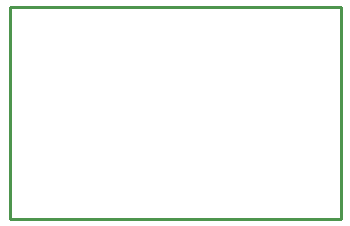
<source format=gko>
G04 Layer: BoardOutline*
G04 EasyEDA v6.4.7, 2020-12-07T01:06:49--5:00*
G04 5e8349f5503448508ce6795c89dbbb90,9f54a757970e4a3cb0a7e8d24ad546a0,10*
G04 Gerber Generator version 0.2*
G04 Scale: 100 percent, Rotated: No, Reflected: No *
G04 Dimensions in millimeters *
G04 leading zeros omitted , absolute positions ,3 integer and 3 decimal *
%FSLAX33Y33*%
%MOMM*%
G90*
D02*

%ADD10C,0.254000*%
G54D10*
G01X0Y17999D02*
G01X27999Y17999D01*
G01X27999Y0D01*
G01X0Y0D01*
G01X0Y17999D01*

%LPD*%
M00*
M02*

</source>
